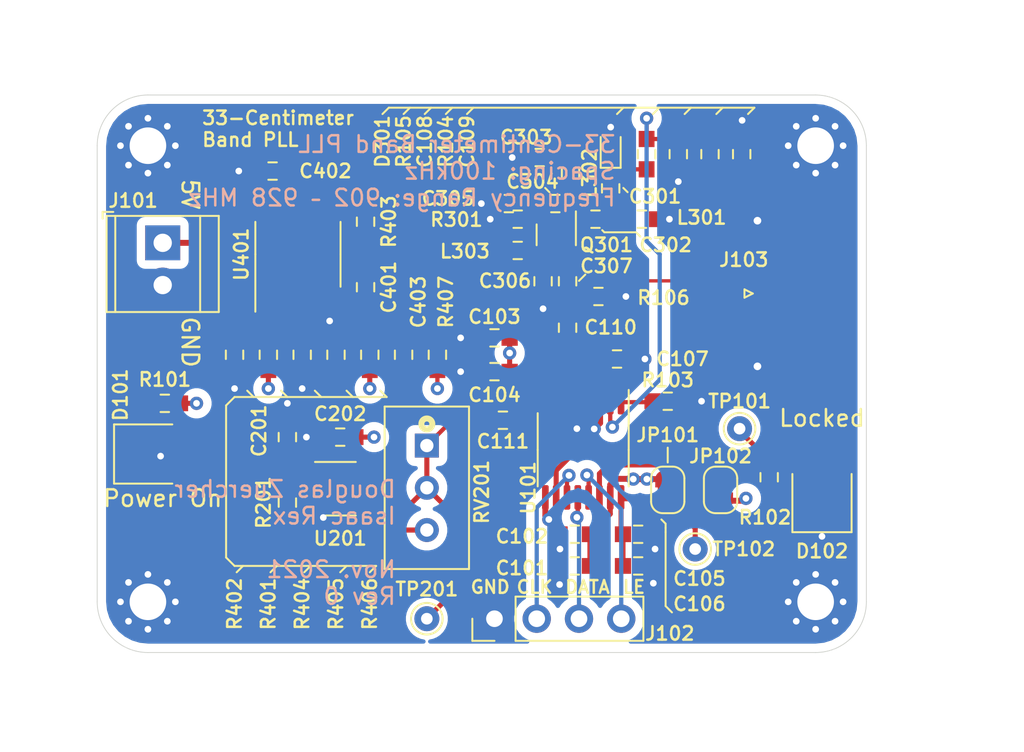
<source format=kicad_pcb>
(kicad_pcb (version 20171130) (host pcbnew "(5.1.6-0-10_14)")
  (layers (0 F.Cu signal) (1 In1.Cu power) (2 In2.Cu power) (31 B.Cu signal) (34 B.Paste user) (35 F.Paste user) (36 B.SilkS user) (37 F.SilkS user) (38 B.Mask user) (39 F.Mask user) (44 Edge.Cuts user))
  (net 0 "")
  (net 1 GND)
  (net 2 +5V)
  (net 3 "Net-(C107-Pad1)")
  (net 4 "Net-(C109-Pad1)")
  (net 5 "Net-(C110-Pad2)")
  (net 6 "Net-(C201-Pad1)")
  (net 7 "Net-(C301-Pad1)")
  (net 8 "Net-(C302-Pad1)")
  (net 9 /VCO/V_BIAS_BASE)
  (net 10 "Net-(C304-Pad2)")
  (net 11 "Net-(C306-Pad2)")
  (net 12 "Net-(C401-Pad2)")
  (net 13 "Net-(C401-Pad1)")
  (net 14 "/VCO/Bias Regulator/V_BIAS_COLLECTOR")
  (net 15 "Net-(C403-Pad1)")
  (net 16 "Net-(D101-Pad2)")
  (net 17 "Net-(D102-Pad2)")
  (net 18 /LE_PLL)
  (net 19 /DATA_PLL)
  (net 20 /CLK_PLL)
  (net 21 "Net-(JP101-Pad2)")
  (net 22 /LOCKED)
  (net 23 "Net-(R103-Pad1)")
  (net 24 "Net-(R201-Pad1)")
  (net 25 "Net-(R404-Pad1)")
  (net 26 "/Reference Oscillator/10MHz_REF_OUT")
  (net 27 "Net-(U201-Pad1)")
  (net 28 "Net-(U401-Pad8)")
  (net 29 "Net-(U401-Pad5)")
  (net 30 "Net-(U401-Pad1)")
  (net 31 /Vp)
  (net 32 /CP_OUT)
  (net 33 /RF_OUT)
  (net 34 /V_TUNE)
  (net 35 "Net-(C111-Pad1)")
  (module "EE514 Board:C_0603_1608Metric_Pad0.98x0.95mm_HandSolder" (layer F.Cu) (at 146.05 112.522 180)
    (fp_text reference C111 (at 0 -1.27) (layer F.SilkS) (effects (font (size 0.8128 0.8128))))
    (fp_text value 1.3nF)
    (pad 2 smd rect (at 0.9125 0 180) (size 0.975 0.95) (layers F.Cu F.Paste F.Mask) (net 26 "/Reference Oscillator/10MHz_REF_OUT"))
    (pad 1 smd rect (at -0.9125 0 180) (size 0.975 0.95) (layers F.Cu F.Paste F.Mask) (net 35 "Net-(C111-Pad1)"))
  )
  (module irex_LED_SMD:LED_Kingbright_AA3528V_3.5x2.8mm_handsolder (layer F.Cu) (at 165.227 117.856 90)
    (fp_text reference D102 (at -2.54 0 180) (layer F.SilkS) (effects (font (size 0.8128 0.8128))))
    (fp_text value LED)
    (pad 2 smd rect (at 3.6 0.01 90) (size 2 2.2) (layers F.Cu F.Paste F.Mask) (net 17 "Net-(D102-Pad2)"))
    (pad 1 smd roundrect (at 0 0.01 90) (size 2 2.2) (layers F.Cu F.Paste F.Mask) (roundrect_rratio 0.1) (net 1 GND))
  )
  (module Connector_PinHeader_2.54mm:PinHeader_1x04_P2.54mm_Vertical (layer F.Cu) (at 145.542 124.46 90)
    (fp_text reference J102 (at -0.889 10.541 180) (layer F.SilkS) (effects (font (size 0.8128 0.8128))))
    (fp_text value Conn_01x04)
    (pad 4 thru_hole oval (at 0 7.62 90) (size 1.7 1.7) (drill 1) (layers *.Cu *.Mask) (net 18 /LE_PLL))
    (pad 3 thru_hole oval (at 0 5.08 90) (size 1.7 1.7) (drill 1) (layers *.Cu *.Mask) (net 19 /DATA_PLL))
    (pad 2 thru_hole oval (at 0 2.54 90) (size 1.7 1.7) (drill 1) (layers *.Cu *.Mask) (net 20 /CLK_PLL))
    (pad 1 thru_hole rect (at 0 0 90) (size 1.7 1.7) (drill 1) (layers *.Cu *.Mask) (net 1 GND))
  )
  (module MountingHole:MountingHole_2.2mm_M2_Pad_Via (layer F.Cu) (at 164.846 96.012)
    (fp_text reference H104 hide)
    (fp_text value MountingHole_Pad)
    (pad 1 thru_hole circle (at 1.166726 -1.166726) (size 0.7 0.7) (drill 0.4) (layers *.Cu *.Mask) (net 1 GND))
    (pad 1 thru_hole circle (at 0 -1.65) (size 0.7 0.7) (drill 0.4) (layers *.Cu *.Mask) (net 1 GND))
    (pad 1 thru_hole circle (at -1.166726 -1.166726) (size 0.7 0.7) (drill 0.4) (layers *.Cu *.Mask) (net 1 GND))
    (pad 1 thru_hole circle (at -1.65 0) (size 0.7 0.7) (drill 0.4) (layers *.Cu *.Mask) (net 1 GND))
    (pad 1 thru_hole circle (at -1.166726 1.166726) (size 0.7 0.7) (drill 0.4) (layers *.Cu *.Mask) (net 1 GND))
    (pad 1 thru_hole circle (at 0 1.65) (size 0.7 0.7) (drill 0.4) (layers *.Cu *.Mask) (net 1 GND))
    (pad 1 thru_hole circle (at 1.166726 1.166726) (size 0.7 0.7) (drill 0.4) (layers *.Cu *.Mask) (net 1 GND))
    (pad 1 thru_hole circle (at 1.65 0) (size 0.7 0.7) (drill 0.4) (layers *.Cu *.Mask) (net 1 GND))
    (pad 1 thru_hole circle (at 0 0) (size 4.4 4.4) (drill 2.2) (layers *.Cu *.Mask) (net 1 GND))
  )
  (module MountingHole:MountingHole_2.2mm_M2_Pad_Via (layer F.Cu) (at 164.846 123.444)
    (fp_text reference H103 hide)
    (fp_text value MountingHole_Pad)
    (pad 1 thru_hole circle (at 1.166726 -1.166726) (size 0.7 0.7) (drill 0.4) (layers *.Cu *.Mask) (net 1 GND))
    (pad 1 thru_hole circle (at 0 -1.65) (size 0.7 0.7) (drill 0.4) (layers *.Cu *.Mask) (net 1 GND))
    (pad 1 thru_hole circle (at -1.166726 -1.166726) (size 0.7 0.7) (drill 0.4) (layers *.Cu *.Mask) (net 1 GND))
    (pad 1 thru_hole circle (at -1.65 0) (size 0.7 0.7) (drill 0.4) (layers *.Cu *.Mask) (net 1 GND))
    (pad 1 thru_hole circle (at -1.166726 1.166726) (size 0.7 0.7) (drill 0.4) (layers *.Cu *.Mask) (net 1 GND))
    (pad 1 thru_hole circle (at 0 1.65) (size 0.7 0.7) (drill 0.4) (layers *.Cu *.Mask) (net 1 GND))
    (pad 1 thru_hole circle (at 1.166726 1.166726) (size 0.7 0.7) (drill 0.4) (layers *.Cu *.Mask) (net 1 GND))
    (pad 1 thru_hole circle (at 1.65 0) (size 0.7 0.7) (drill 0.4) (layers *.Cu *.Mask) (net 1 GND))
    (pad 1 thru_hole circle (at 0 0) (size 4.4 4.4) (drill 2.2) (layers *.Cu *.Mask) (net 1 GND))
  )
  (module MountingHole:MountingHole_2.2mm_M2_Pad_Via (layer F.Cu) (at 124.714 123.444)
    (fp_text reference H102 hide)
    (fp_text value MountingHole_Pad)
    (pad 1 thru_hole circle (at 1.166726 -1.166726) (size 0.7 0.7) (drill 0.4) (layers *.Cu *.Mask) (net 1 GND))
    (pad 1 thru_hole circle (at 0 -1.65) (size 0.7 0.7) (drill 0.4) (layers *.Cu *.Mask) (net 1 GND))
    (pad 1 thru_hole circle (at -1.166726 -1.166726) (size 0.7 0.7) (drill 0.4) (layers *.Cu *.Mask) (net 1 GND))
    (pad 1 thru_hole circle (at -1.65 0) (size 0.7 0.7) (drill 0.4) (layers *.Cu *.Mask) (net 1 GND))
    (pad 1 thru_hole circle (at -1.166726 1.166726) (size 0.7 0.7) (drill 0.4) (layers *.Cu *.Mask) (net 1 GND))
    (pad 1 thru_hole circle (at 0 1.65) (size 0.7 0.7) (drill 0.4) (layers *.Cu *.Mask) (net 1 GND))
    (pad 1 thru_hole circle (at 1.166726 1.166726) (size 0.7 0.7) (drill 0.4) (layers *.Cu *.Mask) (net 1 GND))
    (pad 1 thru_hole circle (at 1.65 0) (size 0.7 0.7) (drill 0.4) (layers *.Cu *.Mask) (net 1 GND))
    (pad 1 thru_hole circle (at 0 0) (size 4.4 4.4) (drill 2.2) (layers *.Cu *.Mask) (net 1 GND))
  )
  (module MountingHole:MountingHole_2.2mm_M2_Pad_Via (layer F.Cu) (at 124.714 96.012)
    (fp_text reference H101 hide)
    (fp_text value MountingHole_Pad)
    (pad 1 thru_hole circle (at 1.166726 -1.166726) (size 0.7 0.7) (drill 0.4) (layers *.Cu *.Mask) (net 1 GND))
    (pad 1 thru_hole circle (at 0 -1.65) (size 0.7 0.7) (drill 0.4) (layers *.Cu *.Mask) (net 1 GND))
    (pad 1 thru_hole circle (at -1.166726 -1.166726) (size 0.7 0.7) (drill 0.4) (layers *.Cu *.Mask) (net 1 GND))
    (pad 1 thru_hole circle (at -1.65 0) (size 0.7 0.7) (drill 0.4) (layers *.Cu *.Mask) (net 1 GND))
    (pad 1 thru_hole circle (at -1.166726 1.166726) (size 0.7 0.7) (drill 0.4) (layers *.Cu *.Mask) (net 1 GND))
    (pad 1 thru_hole circle (at 0 1.65) (size 0.7 0.7) (drill 0.4) (layers *.Cu *.Mask) (net 1 GND))
    (pad 1 thru_hole circle (at 1.166726 1.166726) (size 0.7 0.7) (drill 0.4) (layers *.Cu *.Mask) (net 1 GND))
    (pad 1 thru_hole circle (at 1.65 0) (size 0.7 0.7) (drill 0.4) (layers *.Cu *.Mask) (net 1 GND))
    (pad 1 thru_hole circle (at 0 0) (size 4.4 4.4) (drill 2.2) (layers *.Cu *.Mask) (net 1 GND))
  )
  (module irex_LED_SMD:LED_Kingbright_AA3528V_3.5x2.8mm_handsolder (layer F.Cu) (at 124.079 114.554)
    (fp_text reference D101 (at -1.016 -3.556 90) (layer F.SilkS) (effects (font (size 0.8128 0.8128))))
    (fp_text value LED)
    (pad 2 smd rect (at 3.6 0.01) (size 2 2.2) (layers F.Cu F.Paste F.Mask) (net 16 "Net-(D101-Pad2)"))
    (pad 1 smd roundrect (at 0 0.01) (size 2 2.2) (layers F.Cu F.Paste F.Mask) (roundrect_rratio 0.1) (net 1 GND))
  )
  (module TestPoint:TestPoint_THTPad_D1.5mm_Drill0.7mm (layer F.Cu) (at 141.478 124.46)
    (fp_text reference TP201 (at 0 -1.778) (layer F.SilkS) (effects (font (size 0.8128 0.8128))))
    (fp_text value TestPoint)
    (pad 1 thru_hole circle (at 0 0) (size 1.5 1.5) (drill 0.7) (layers *.Cu *.Mask) (net 26 "/Reference Oscillator/10MHz_REF_OUT"))
  )
  (module Package_SO:SOIC-8_3.9x4.9mm_P1.27mm (layer F.Cu) (at 133.731 102.5434 90)
    (fp_text reference U401 (at 0 -3.4 90) (layer F.SilkS) (effects (font (size 0.8128 0.8128))))
    (fp_text value TLC2201)
    (pad 8 smd roundrect (at 2.475 -1.905 90) (size 1.95 0.6) (layers F.Cu F.Paste F.Mask) (net 28 "Net-(U401-Pad8)"))
    (pad 7 smd roundrect (at 2.475 -0.635 90) (size 1.95 0.6) (layers F.Cu F.Paste F.Mask) (net 2 +5V))
    (pad 6 smd roundrect (at 2.475 0.635 90) (size 1.95 0.6) (layers F.Cu F.Paste F.Mask) (net 13 "Net-(C401-Pad1)"))
    (pad 5 smd roundrect (at 2.475 1.905 90) (size 1.95 0.6) (layers F.Cu F.Paste F.Mask) (net 29 "Net-(U401-Pad5)"))
    (pad 4 smd roundrect (at -2.475 1.905 90) (size 1.95 0.6) (layers F.Cu F.Paste F.Mask) (net 1 GND))
    (pad 3 smd roundrect (at -2.475 0.635 90) (size 1.95 0.6) (layers F.Cu F.Paste F.Mask) (net 25 "Net-(R404-Pad1)"))
    (pad 2 smd roundrect (at -2.475 -0.635 90) (size 1.95 0.6) (layers F.Cu F.Paste F.Mask) (net 12 "Net-(C401-Pad2)"))
    (pad 1 smd roundrect (at -2.475 -1.905 90) (size 1.95 0.6) (layers F.Cu F.Paste F.Mask) (net 30 "Net-(U401-Pad1)"))
  )
  (module Package_TO_SOT_SMD:SOT-23-5 (layer F.Cu) (at 136.307 116.642)
    (fp_text reference U201 (at -0.036 2.992) (layer F.SilkS) (effects (font (size 0.8128 0.8128))))
    (fp_text value NC7SZ04)
    (pad 5 smd rect (at 1.1 -0.95) (size 1.06 0.65) (layers F.Cu F.Paste F.Mask) (net 2 +5V))
    (pad 4 smd rect (at 1.1 0.95) (size 1.06 0.65) (layers F.Cu F.Paste F.Mask) (net 26 "/Reference Oscillator/10MHz_REF_OUT"))
    (pad 3 smd rect (at -1.1 0.95) (size 1.06 0.65) (layers F.Cu F.Paste F.Mask) (net 1 GND))
    (pad 2 smd rect (at -1.1 0) (size 1.06 0.65) (layers F.Cu F.Paste F.Mask) (net 6 "Net-(C201-Pad1)"))
    (pad 1 smd rect (at -1.1 -0.95) (size 1.06 0.65) (layers F.Cu F.Paste F.Mask) (net 27 "Net-(U201-Pad1)"))
  )
  (module Package_SO:TSSOP-16_4.4x5mm_P0.65mm (layer F.Cu) (at 150.876 114.3 270)
    (fp_text reference U101 (at 2.286 3.302 90) (layer F.SilkS) (effects (font (size 0.8128 0.8128))))
    (fp_text value ADF4117)
    (pad 16 smd roundrect (at 2.8625 -2.275 270) (size 1.475 0.4) (layers F.Cu F.Paste F.Mask) (net 31 /Vp))
    (pad 15 smd roundrect (at 2.8625 -1.625 270) (size 1.475 0.4) (layers F.Cu F.Paste F.Mask) (net 2 +5V))
    (pad 14 smd roundrect (at 2.8625 -0.975 270) (size 1.475 0.4) (layers F.Cu F.Paste F.Mask) (net 22 /LOCKED))
    (pad 13 smd roundrect (at 2.8625 -0.325 270) (size 1.475 0.4) (layers F.Cu F.Paste F.Mask) (net 18 /LE_PLL))
    (pad 12 smd roundrect (at 2.8625 0.325 270) (size 1.475 0.4) (layers F.Cu F.Paste F.Mask) (net 19 /DATA_PLL))
    (pad 11 smd roundrect (at 2.8625 0.975 270) (size 1.475 0.4) (layers F.Cu F.Paste F.Mask) (net 20 /CLK_PLL))
    (pad 10 smd roundrect (at 2.8625 1.625 270) (size 1.475 0.4) (layers F.Cu F.Paste F.Mask) (net 21 "Net-(JP101-Pad2)"))
    (pad 9 smd roundrect (at 2.8625 2.275 270) (size 1.475 0.4) (layers F.Cu F.Paste F.Mask) (net 1 GND))
    (pad 8 smd roundrect (at -2.8625 2.275 270) (size 1.475 0.4) (layers F.Cu F.Paste F.Mask) (net 35 "Net-(C111-Pad1)"))
    (pad 7 smd roundrect (at -2.8625 1.625 270) (size 1.475 0.4) (layers F.Cu F.Paste F.Mask) (net 2 +5V))
    (pad 6 smd roundrect (at -2.8625 0.975 270) (size 1.475 0.4) (layers F.Cu F.Paste F.Mask) (net 5 "Net-(C110-Pad2)"))
    (pad 5 smd roundrect (at -2.8625 0.325 270) (size 1.475 0.4) (layers F.Cu F.Paste F.Mask) (net 3 "Net-(C107-Pad1)"))
    (pad 4 smd roundrect (at -2.8625 -0.325 270) (size 1.475 0.4) (layers F.Cu F.Paste F.Mask) (net 1 GND))
    (pad 3 smd roundrect (at -2.8625 -0.975 270) (size 1.475 0.4) (layers F.Cu F.Paste F.Mask) (net 1 GND))
    (pad 2 smd roundrect (at -2.8625 -1.625 270) (size 1.475 0.4) (layers F.Cu F.Paste F.Mask) (net 32 /CP_OUT))
    (pad 1 smd roundrect (at -2.8625 -2.275 270) (size 1.475 0.4) (layers F.Cu F.Paste F.Mask) (net 23 "Net-(R103-Pad1)"))
  )
  (module TestPoint:TestPoint_THTPad_D1.5mm_Drill0.7mm (layer F.Cu) (at 157.607 120.269)
    (fp_text reference TP102 (at 2.921 0) (layer F.SilkS) (effects (font (size 0.8128 0.8128))))
    (fp_text value TestPoint)
    (pad 1 thru_hole circle (at 0 0) (size 1.5 1.5) (drill 0.7) (layers *.Cu *.Mask) (net 31 /Vp))
  )
  (module TestPoint:TestPoint_THTPad_D1.5mm_Drill0.7mm (layer F.Cu) (at 160.274 113.03)
    (fp_text reference TP101 (at 0 -1.651) (layer F.SilkS) (effects (font (size 0.8128 0.8128))))
    (fp_text value TestPoint)
    (pad 1 thru_hole circle (at 0 0) (size 1.5 1.5) (drill 0.7) (layers *.Cu *.Mask) (net 17 "Net-(D102-Pad2)"))
  )
  (module irex_Potentiometer_THT:Potentiometer_Bourns_PV36W_Vertical (layer F.Cu) (at 141.478 114.046)
    (fp_text reference RV201 (at 3.302 2.794 270) (layer F.SilkS) (effects (font (size 0.8128 0.8128))))
    (fp_text value 1k)
    (pad 1 thru_hole rect (at 0 0) (size 1.44 1.44) (drill 0.8) (layers *.Cu *.Mask) (net 26 "/Reference Oscillator/10MHz_REF_OUT"))
    (pad 2 thru_hole circle (at 0 2.54) (size 1.44 1.44) (drill 0.8) (layers *.Cu *.Mask) (net 26 "/Reference Oscillator/10MHz_REF_OUT"))
    (pad 3 thru_hole circle (at 0 5.08) (size 1.44 1.44) (drill 0.8) (layers *.Cu *.Mask) (net 24 "Net-(R201-Pad1)"))
  )
  (module "EE514 Board:R_0603_1608Metric_Pad0.98x0.95mm_HandSolder" (layer F.Cu) (at 142.113 108.585 90)
    (fp_text reference R407 (at 3.175 0.508 90) (layer F.SilkS) (effects (font (size 0.8128 0.8128))))
    (fp_text value 18)
    (pad 1 smd rect (at -0.9125 0 90) (size 0.975 0.95) (layers F.Cu F.Paste F.Mask) (net 2 +5V))
    (pad 2 smd rect (at 0.9125 0 90) (size 0.975 0.95) (layers F.Cu F.Paste F.Mask) (net 15 "Net-(C403-Pad1)"))
  )
  (module "EE514 Board:R_0603_1608Metric_Pad0.98x0.95mm_HandSolder" (layer F.Cu) (at 138.049 108.585 90)
    (fp_text reference R406 (at -14.986 0 90) (layer F.SilkS) (effects (font (size 0.8128 0.8128))))
    (fp_text value 124)
    (pad 1 smd rect (at -0.9125 0 90) (size 0.975 0.95) (layers F.Cu F.Paste F.Mask) (net 2 +5V))
    (pad 2 smd rect (at 0.9125 0 90) (size 0.975 0.95) (layers F.Cu F.Paste F.Mask) (net 14 "/VCO/Bias Regulator/V_BIAS_COLLECTOR"))
  )
  (module "EE514 Board:R_0603_1608Metric_Pad0.98x0.95mm_HandSolder" (layer F.Cu) (at 136.017 108.585 90)
    (fp_text reference R405 (at -14.986 0 90) (layer F.SilkS) (effects (font (size 0.8128 0.8128))))
    (fp_text value 75k)
    (pad 1 smd rect (at -0.9125 0 90) (size 0.975 0.95) (layers F.Cu F.Paste F.Mask) (net 14 "/VCO/Bias Regulator/V_BIAS_COLLECTOR"))
    (pad 2 smd rect (at 0.9125 0 90) (size 0.975 0.95) (layers F.Cu F.Paste F.Mask) (net 25 "Net-(R404-Pad1)"))
  )
  (module "EE514 Board:R_0603_1608Metric_Pad0.98x0.95mm_HandSolder" (layer F.Cu) (at 133.985 108.585 270)
    (fp_text reference R404 (at 14.986 0 90) (layer F.SilkS) (effects (font (size 0.8128 0.8128))))
    (fp_text value 110k)
    (pad 1 smd rect (at -0.9125 0 270) (size 0.975 0.95) (layers F.Cu F.Paste F.Mask) (net 25 "Net-(R404-Pad1)"))
    (pad 2 smd rect (at 0.9125 0 270) (size 0.975 0.95) (layers F.Cu F.Paste F.Mask) (net 1 GND))
  )
  (module "EE514 Board:R_0603_1608Metric_Pad0.98x0.95mm_HandSolder" (layer F.Cu) (at 137.795 100.584 270)
    (fp_text reference R403 (at 0 -1.397 90) (layer F.SilkS) (effects (font (size 0.8128 0.8128))))
    (fp_text value 3.3k)
    (pad 1 smd rect (at -0.9125 0 270) (size 0.975 0.95) (layers F.Cu F.Paste F.Mask) (net 9 /VCO/V_BIAS_BASE))
    (pad 2 smd rect (at 0.9125 0 270) (size 0.975 0.95) (layers F.Cu F.Paste F.Mask) (net 13 "Net-(C401-Pad1)"))
  )
  (module "EE514 Board:R_0603_1608Metric_Pad0.98x0.95mm_HandSolder" (layer F.Cu) (at 129.921 108.585 270)
    (fp_text reference R402 (at 14.986 0 90) (layer F.SilkS) (effects (font (size 0.8128 0.8128))))
    (fp_text value 1.5k)
    (pad 1 smd rect (at -0.9125 0 270) (size 0.975 0.95) (layers F.Cu F.Paste F.Mask) (net 12 "Net-(C401-Pad2)"))
    (pad 2 smd rect (at 0.9125 0 270) (size 0.975 0.95) (layers F.Cu F.Paste F.Mask) (net 1 GND))
  )
  (module "EE514 Board:R_0603_1608Metric_Pad0.98x0.95mm_HandSolder" (layer F.Cu) (at 131.953 108.585 90)
    (fp_text reference R401 (at -14.986 0 90) (layer F.SilkS) (effects (font (size 0.8128 0.8128))))
    (fp_text value 1.3k)
    (pad 1 smd rect (at -0.9125 0 90) (size 0.975 0.95) (layers F.Cu F.Paste F.Mask) (net 2 +5V))
    (pad 2 smd rect (at 0.9125 0 90) (size 0.975 0.95) (layers F.Cu F.Paste F.Mask) (net 12 "Net-(C401-Pad2)"))
  )
  (module "EE514 Board:R_0603_1608Metric_Pad0.98x0.95mm_HandSolder" (layer F.Cu) (at 146.939 100.4316 180)
    (fp_text reference R301 (at 3.683 -0.0254) (layer F.SilkS) (effects (font (size 0.8128 0.8128))))
    (fp_text value 100)
    (pad 1 smd rect (at -0.9125 0 180) (size 0.975 0.95) (layers F.Cu F.Paste F.Mask) (net 10 "Net-(C304-Pad2)"))
    (pad 2 smd rect (at 0.9125 0 180) (size 0.975 0.95) (layers F.Cu F.Paste F.Mask) (net 1 GND))
  )
  (module "EE514 Board:R_0603_1608Metric_Pad0.98x0.95mm_HandSolder" (layer F.Cu) (at 133.096 117.475 90)
    (fp_text reference R201 (at 0 -1.43 90) (layer F.SilkS) (effects (font (size 0.8128 0.8128))))
    (fp_text value 100)
    (pad 1 smd rect (at -0.9125 0 90) (size 0.975 0.95) (layers F.Cu F.Paste F.Mask) (net 24 "Net-(R201-Pad1)"))
    (pad 2 smd rect (at 0.9125 0 90) (size 0.975 0.95) (layers F.Cu F.Paste F.Mask) (net 6 "Net-(C201-Pad1)"))
  )
  (module "EE514 Board:R_0603_1608Metric_Pad0.98x0.95mm_HandSolder" (layer F.Cu) (at 151.7904 105.0798)
    (fp_text reference R106 (at 3.9116 0.0762) (layer F.SilkS) (effects (font (size 0.8128 0.8128))))
    (fp_text value 51)
    (pad 1 smd rect (at -0.9125 0) (size 0.975 0.95) (layers F.Cu F.Paste F.Mask) (net 33 /RF_OUT))
    (pad 2 smd rect (at 0.9125 0) (size 0.975 0.95) (layers F.Cu F.Paste F.Mask) (net 1 GND))
  )
  (module "EE514 Board:R_0603_1608Metric_Pad0.98x0.95mm_HandSolder" (layer F.Cu) (at 154.686 96.52 90)
    (fp_text reference R105 (at 0.762 -14.605 270) (layer F.SilkS) (effects (font (size 0.8128 0.8128))))
    (fp_text value 220k)
    (pad 1 smd rect (at -0.9125 0 90) (size 0.975 0.95) (layers F.Cu F.Paste F.Mask) (net 34 /V_TUNE))
    (pad 2 smd rect (at 0.9125 0 90) (size 0.975 0.95) (layers F.Cu F.Paste F.Mask) (net 32 /CP_OUT))
  )
  (module "EE514 Board:R_0603_1608Metric_Pad0.98x0.95mm_HandSolder" (layer F.Cu) (at 158.496 96.52 270)
    (fp_text reference R104 (at -0.762 15.875 270) (layer F.SilkS) (effects (font (size 0.8128 0.8128))))
    (fp_text value 46.9k)
    (pad 1 smd rect (at -0.9125 0 270) (size 0.975 0.95) (layers F.Cu F.Paste F.Mask) (net 32 /CP_OUT))
    (pad 2 smd rect (at 0.9125 0 270) (size 0.975 0.95) (layers F.Cu F.Paste F.Mask) (net 4 "Net-(C109-Pad1)"))
  )
  (module "EE514 Board:R_0603_1608Metric_Pad0.98x0.95mm_HandSolder" (layer F.Cu) (at 155.956 111.379)
    (fp_text reference R103 (at 0 -1.27) (layer F.SilkS) (effects (font (size 0.8128 0.8128))))
    (fp_text value 10k)
    (pad 1 smd rect (at -0.9125 0) (size 0.975 0.95) (layers F.Cu F.Paste F.Mask) (net 23 "Net-(R103-Pad1)"))
    (pad 2 smd rect (at 0.9125 0) (size 0.975 0.95) (layers F.Cu F.Paste F.Mask) (net 1 GND))
  )
  (module "EE514 Board:R_0603_1608Metric_Pad0.98x0.95mm_HandSolder" (layer F.Cu) (at 162.052 115.951 270)
    (fp_text reference R102 (at 2.413 0.254 180) (layer F.SilkS) (effects (font (size 0.8128 0.8128))))
    (fp_text value 1k)
    (pad 1 smd rect (at -0.9125 0 270) (size 0.975 0.95) (layers F.Cu F.Paste F.Mask) (net 17 "Net-(D102-Pad2)"))
    (pad 2 smd rect (at 0.9125 0 270) (size 0.975 0.95) (layers F.Cu F.Paste F.Mask) (net 22 /LOCKED))
  )
  (module "EE514 Board:R_0603_1608Metric_Pad0.98x0.95mm_HandSolder" (layer F.Cu) (at 125.73 111.506)
    (fp_text reference R101 (at 0 -1.43) (layer F.SilkS) (effects (font (size 0.8128 0.8128))))
    (fp_text value 1k)
    (pad 1 smd rect (at -0.9125 0) (size 0.975 0.95) (layers F.Cu F.Paste F.Mask) (net 16 "Net-(D101-Pad2)"))
    (pad 2 smd rect (at 0.9125 0) (size 0.975 0.95) (layers F.Cu F.Paste F.Mask) (net 2 +5V))
  )
  (module "EE514 Board:SOT-343_2.0x1.25mm_P1.3mm" (layer F.Cu) (at 149.2758 101.3714 270)
    (fp_text reference Q301 (at 0.6096 -2.9972 180) (layer F.SilkS) (effects (font (size 0.8128 0.8128))))
    (fp_text value BFP620)
    (pad 2 smd rect (at -1.01 0.5 180) (size 0.9 0.8) (layers F.Cu F.Paste F.Mask) (net 10 "Net-(C304-Pad2)"))
    (pad 1 smd rect (at -1.01 -0.65 180) (size 0.6 0.8) (layers F.Cu F.Paste F.Mask) (net 8 "Net-(C302-Pad1)"))
    (pad 3 smd rect (at 1.01 0.65 180) (size 0.6 0.8) (layers F.Cu F.Paste F.Mask) (net 11 "Net-(C306-Pad2)"))
    (pad 4 smd rect (at 1.01 -0.65 180) (size 0.6 0.8) (layers F.Cu F.Paste F.Mask) (net 10 "Net-(C304-Pad2)"))
  )
  (module "EE514 Board:L_0603_1608Metric_Pad0.98x0.95mm_HandSolder" (layer F.Cu) (at 146.939 102.3112)
    (fp_text reference L303 (at -3.175 0.0508) (layer F.SilkS) (effects (font (size 0.8128 0.8128))))
    (fp_text value 39nH)
    (pad 1 smd rect (at -0.9125 0) (size 0.975 0.95) (layers F.Cu F.Paste F.Mask) (net 14 "/VCO/Bias Regulator/V_BIAS_COLLECTOR"))
    (pad 2 smd rect (at 0.9125 0) (size 0.975 0.95) (layers F.Cu F.Paste F.Mask) (net 11 "Net-(C306-Pad2)"))
  )
  (module "EE514 Board:L_0603_1608Metric_Pad0.98x0.95mm_HandSolder" (layer F.Cu) (at 150.114 97.6376 90)
    (fp_text reference L302 (at -0.0254 1.143 90) (layer F.SilkS) (effects (font (size 0.8128 0.8128))))
    (fp_text value 39nH)
    (pad 1 smd rect (at -0.9125 0 90) (size 0.975 0.95) (layers F.Cu F.Paste F.Mask) (net 8 "Net-(C302-Pad1)"))
    (pad 2 smd rect (at 0.9125 0 90) (size 0.975 0.95) (layers F.Cu F.Paste F.Mask) (net 9 /VCO/V_BIAS_BASE))
  )
  (module "EE514 Board:L_0603_1608Metric_Pad0.98x0.95mm_HandSolder" (layer F.Cu) (at 154.4066 100.4316)
    (fp_text reference L301 (at 3.5814 -0.1016) (layer F.SilkS) (effects (font (size 0.8128 0.8128))))
    (fp_text value 1.6nH)
    (pad 1 smd rect (at -0.9125 0) (size 0.975 0.95) (layers F.Cu F.Paste F.Mask) (net 7 "Net-(C301-Pad1)"))
    (pad 2 smd rect (at 0.9125 0) (size 0.975 0.95) (layers F.Cu F.Paste F.Mask) (net 1 GND))
  )
  (module Jumper:SolderJumper-2_P1.3mm_Bridged2Bar_RoundedPad1.0x1.5mm (layer F.Cu) (at 155.956 116.713 270)
    (fp_text reference JP102 (at -2.032 -3.175) (layer F.SilkS) (effects (font (size 0.8128 0.8128))))
    (fp_text value Jumper_2_Bridged)
    (fp_poly (pts (xy -0.25 0.2) (xy 0.25 0.2) (xy 0.25 0.6) (xy -0.25 0.6)) (layer F.Cu) (width 0))
    (fp_poly (pts (xy -0.25 -0.6) (xy 0.25 -0.6) (xy 0.25 -0.2) (xy -0.25 -0.2)) (layer F.Cu) (width 0))
    (pad 1 smd custom (at -0.65 0 270) (size 1 0.5) (layers F.Cu F.Mask) (net 2 +5V) (options (clearance outline) (anchor rect)) (primitives (gr_circle (center 0 0.25) (end 0.5 0.25) (width 0)) (gr_circle (center 0 -0.25) (end 0.5 -0.25) (width 0)) (gr_poly (pts (xy 0.5 0.75) (xy 0.5 -0.75) (xy 0 -0.75) (xy 0 0.75)) (width 0))))
    (pad 2 smd custom (at 0.65 0 270) (size 1 0.5) (layers F.Cu F.Mask) (net 31 /Vp) (options (clearance outline) (anchor rect)) (primitives (gr_circle (center 0 0.25) (end 0.5 0.25) (width 0)) (gr_circle (center 0 -0.25) (end 0.5 -0.25) (width 0)) (gr_poly (pts (xy -0.5 0.75) (xy -0.5 -0.75) (xy 0 -0.75) (xy 0 0.75)) (width 0))))
  )
  (module Jumper:SolderJumper-2_P1.3mm_Bridged2Bar_RoundedPad1.0x1.5mm (layer F.Cu) (at 159.131 116.713 90)
    (fp_text reference JP101 (at 3.302 -3.175 180) (layer F.SilkS) (effects (font (size 0.8128 0.8128))))
    (fp_text value Jumper_2_Bridged)
    (fp_poly (pts (xy -0.25 0.2) (xy 0.25 0.2) (xy 0.25 0.6) (xy -0.25 0.6)) (layer F.Cu) (width 0))
    (fp_poly (pts (xy -0.25 -0.6) (xy 0.25 -0.6) (xy 0.25 -0.2) (xy -0.25 -0.2)) (layer F.Cu) (width 0))
    (pad 1 smd custom (at -0.65 0 90) (size 1 0.5) (layers F.Cu F.Mask) (net 2 +5V) (options (clearance outline) (anchor rect)) (primitives (gr_circle (center 0 0.25) (end 0.5 0.25) (width 0)) (gr_circle (center 0 -0.25) (end 0.5 -0.25) (width 0)) (gr_poly (pts (xy 0.5 0.75) (xy 0.5 -0.75) (xy 0 -0.75) (xy 0 0.75)) (width 0))))
    (pad 2 smd custom (at 0.65 0 90) (size 1 0.5) (layers F.Cu F.Mask) (net 21 "Net-(JP101-Pad2)") (options (clearance outline) (anchor rect)) (primitives (gr_circle (center 0 0.25) (end 0.5 0.25) (width 0)) (gr_circle (center 0 -0.25) (end 0.5 -0.25) (width 0)) (gr_poly (pts (xy -0.5 0.75) (xy -0.5 -0.75) (xy 0 -0.75) (xy 0 0.75)) (width 0))))
  )
  (module Connector_Coaxial:SMA_Molex_73251-1153_EdgeMount_Horizontal (layer F.Cu) (at 163.068 104.902 180)
    (fp_text reference J103 (at 2.54 2.032) (layer F.SilkS) (effects (font (size 0.8128 0.8128))))
    (fp_text value SMA)
    (pad 2 smd rect (at 1.27 4.38 180) (size 0.95 0.46) (layers B.Cu) (net 1 GND))
    (pad 2 smd rect (at 1.27 -4.38 180) (size 0.95 0.46) (layers B.Cu) (net 1 GND))
    (pad 2 smd rect (at 1.27 4.38 180) (size 0.95 0.46) (layers F.Cu) (net 1 GND))
    (pad 2 smd rect (at 1.27 -4.38 180) (size 0.95 0.46) (layers F.Cu) (net 1 GND))
    (pad 2 thru_hole circle (at 1.72 4.38 180) (size 0.97 0.97) (drill 0.46) (layers *.Cu) (net 1 GND))
    (pad 2 thru_hole circle (at 1.72 -4.38 180) (size 0.97 0.97) (drill 0.46) (layers *.Cu) (net 1 GND))
    (pad 2 smd rect (at -1.72 4.38 180) (size 5.08 2.42) (layers B.Cu B.Paste B.Mask) (net 1 GND))
    (pad 2 smd rect (at -1.72 -4.38 180) (size 5.08 2.42) (layers B.Cu B.Paste B.Mask) (net 1 GND))
    (pad 2 smd rect (at -1.72 4.38 180) (size 5.08 2.42) (layers F.Cu F.Paste F.Mask) (net 1 GND))
    (pad 2 smd rect (at -1.72 -4.38 180) (size 5.08 2.42) (layers F.Cu F.Paste F.Mask) (net 1 GND))
    (pad 1 smd rect (at -1.72 0 180) (size 5.08 2.29) (layers F.Cu F.Paste F.Mask) (net 33 /RF_OUT))
  )
  (module TerminalBlock_TE-Connectivity:TerminalBlock_TE_282834-2_1x02_P2.54mm_Horizontal (layer F.Cu) (at 125.603 101.854 270)
    (fp_text reference J101 (at -2.54 1.778 180) (layer F.SilkS) (effects (font (size 0.8128 0.8128))))
    (fp_text value Screw_Terminal_01x02)
    (pad 2 thru_hole circle (at 2.54 0 270) (size 2.1 2.1) (drill 1.1) (layers *.Cu *.Mask) (net 1 GND))
    (pad 1 thru_hole rect (at 0 0 270) (size 2.1 2.1) (drill 1.1) (layers *.Cu *.Mask) (net 2 +5V))
  )
  (module Diode_SMD:D_SOD-523 (layer F.Cu) (at 152.527 96.1898 90)
    (fp_text reference D301 (at 0.4318 -13.716 270) (layer F.SilkS) (effects (font (size 0.8128 0.8128))))
    (fp_text value SMV1276-079LF)
    (pad 1 smd rect (at -0.7 0 270) (size 0.6 0.7) (layers F.Cu F.Paste F.Mask) (net 34 /V_TUNE))
    (pad 2 smd rect (at 0.7 0 270) (size 0.6 0.7) (layers F.Cu F.Paste F.Mask) (net 1 GND))
  )
  (module "EE514 Board:C_0603_1608Metric_Pad0.98x0.95mm_HandSolder" (layer F.Cu) (at 140.081 108.585 90)
    (fp_text reference C403 (at 3.175 0.889 90) (layer F.SilkS) (effects (font (size 0.8128 0.8128))))
    (fp_text value 12nF)
    (pad 2 smd rect (at 0.9125 0 90) (size 0.975 0.95) (layers F.Cu F.Paste F.Mask) (net 14 "/VCO/Bias Regulator/V_BIAS_COLLECTOR"))
    (pad 1 smd rect (at -0.9125 0 90) (size 0.975 0.95) (layers F.Cu F.Paste F.Mask) (net 15 "Net-(C403-Pad1)"))
  )
  (module "EE514 Board:C_0603_1608Metric_Pad0.98x0.95mm_HandSolder" (layer F.Cu) (at 132.207 97.536 180)
    (fp_text reference C402 (at -3.175 0) (layer F.SilkS) (effects (font (size 0.8128 0.8128))))
    (fp_text value 0.1nF)
    (pad 2 smd rect (at 0.9125 0 180) (size 0.975 0.95) (layers F.Cu F.Paste F.Mask) (net 1 GND))
    (pad 1 smd rect (at -0.9125 0 180) (size 0.975 0.95) (layers F.Cu F.Paste F.Mask) (net 2 +5V))
  )
  (module "EE514 Board:C_0603_1608Metric_Pad0.98x0.95mm_HandSolder" (layer F.Cu) (at 137.795 104.521 270)
    (fp_text reference C401 (at 0 -1.397 270) (layer F.SilkS) (effects (font (size 0.8128 0.8128))))
    (fp_text value 12nF)
    (pad 2 smd rect (at 0.9125 0 270) (size 0.975 0.95) (layers F.Cu F.Paste F.Mask) (net 12 "Net-(C401-Pad2)"))
    (pad 1 smd rect (at -0.9125 0 270) (size 0.975 0.95) (layers F.Cu F.Paste F.Mask) (net 13 "Net-(C401-Pad1)"))
  )
  (module "EE514 Board:C_0603_1608Metric_Pad0.98x0.95mm_HandSolder" (layer F.Cu) (at 149.9362 104.1654 90)
    (fp_text reference C307 (at 0.9144 2.3368 180) (layer F.SilkS) (effects (font (size 0.8128 0.8128))))
    (fp_text value 36pF)
    (pad 2 smd rect (at 0.9125 0 90) (size 0.975 0.95) (layers F.Cu F.Paste F.Mask) (net 10 "Net-(C304-Pad2)"))
    (pad 1 smd rect (at -0.9125 0 90) (size 0.975 0.95) (layers F.Cu F.Paste F.Mask) (net 33 /RF_OUT))
  )
  (module "EE514 Board:C_0603_1608Metric_Pad0.98x0.95mm_HandSolder" (layer F.Cu) (at 148.463 104.1654 90)
    (fp_text reference C306 (at 0.0254 -2.286 180) (layer F.SilkS) (effects (font (size 0.8128 0.8128))))
    (fp_text value 30pF)
    (pad 2 smd rect (at 0.9125 0 90) (size 0.975 0.95) (layers F.Cu F.Paste F.Mask) (net 11 "Net-(C306-Pad2)"))
    (pad 1 smd rect (at -0.9125 0 90) (size 0.975 0.95) (layers F.Cu F.Paste F.Mask) (net 1 GND))
  )
  (module "EE514 Board:C_0603_1608Metric_Pad0.98x0.95mm_HandSolder" (layer F.Cu) (at 146.4056 99.4918 180)
    (fp_text reference C305 (at 3.6576 0.3048) (layer F.SilkS) (effects (font (size 0.8128 0.8128))))
    (fp_text value 5.4pF)
    (pad 2 smd rect (at 0.9125 0 180) (size 0.975 0.95) (layers F.Cu F.Paste F.Mask) (net 1 GND))
    (pad 1 smd rect (at -0.9125 0 180) (size 0.975 0.95) (layers F.Cu F.Paste F.Mask) (net 10 "Net-(C304-Pad2)"))
  )
  (module "EE514 Board:C_0603_1608Metric_Pad0.98x0.95mm_HandSolder" (layer F.Cu) (at 149.2015 99.4918 180)
    (fp_text reference C304 (at 1.3735 1.3208) (layer F.SilkS) (effects (font (size 0.8128 0.8128))))
    (fp_text value 15pF)
    (pad 2 smd rect (at 0.9125 0 180) (size 0.975 0.95) (layers F.Cu F.Paste F.Mask) (net 10 "Net-(C304-Pad2)"))
    (pad 1 smd rect (at -0.9125 0 180) (size 0.975 0.95) (layers F.Cu F.Paste F.Mask) (net 8 "Net-(C302-Pad1)"))
  )
  (module "EE514 Board:C_0603_1608Metric_Pad0.98x0.95mm_HandSolder" (layer F.Cu) (at 148.2598 96.7232 180)
    (fp_text reference C303 (at 0.8128 1.2192) (layer F.SilkS) (effects (font (size 0.8128 0.8128))))
    (fp_text value 30pF)
    (pad 2 smd rect (at 0.9125 0 180) (size 0.975 0.95) (layers F.Cu F.Paste F.Mask) (net 1 GND))
    (pad 1 smd rect (at -0.9125 0 180) (size 0.975 0.95) (layers F.Cu F.Paste F.Mask) (net 9 /VCO/V_BIAS_BASE))
  )
  (module "EE514 Board:C_0603_1608Metric_Pad0.98x0.95mm_HandSolder" (layer F.Cu) (at 151.6126 100.4316)
    (fp_text reference C302 (at 4.2164 1.5494) (layer F.SilkS) (effects (font (size 0.8128 0.8128))))
    (fp_text value 36pF)
    (pad 2 smd rect (at 0.9125 0) (size 0.975 0.95) (layers F.Cu F.Paste F.Mask) (net 7 "Net-(C301-Pad1)"))
    (pad 1 smd rect (at -0.9125 0) (size 0.975 0.95) (layers F.Cu F.Paste F.Mask) (net 8 "Net-(C302-Pad1)"))
  )
  (module "EE514 Board:C_0603_1608Metric_Pad0.98x0.95mm_HandSolder" (layer F.Cu) (at 152.527 98.5774 90)
    (fp_text reference C301 (at -0.4826 2.667 180) (layer F.SilkS) (effects (font (size 0.8128 0.8128))))
    (fp_text value 36pF)
    (pad 2 smd rect (at 0.9125 0 90) (size 0.975 0.95) (layers F.Cu F.Paste F.Mask) (net 34 /V_TUNE))
    (pad 1 smd rect (at -0.9125 0 90) (size 0.975 0.95) (layers F.Cu F.Paste F.Mask) (net 7 "Net-(C301-Pad1)"))
  )
  (module "EE514 Board:C_0603_1608Metric_Pad0.98x0.95mm_HandSolder" (layer F.Cu) (at 136.271 113.538 180)
    (fp_text reference C202 (at 0 1.397) (layer F.SilkS) (effects (font (size 0.8128 0.8128))))
    (fp_text value 0.1nF)
    (pad 2 smd rect (at 0.9125 0 180) (size 0.975 0.95) (layers F.Cu F.Paste F.Mask) (net 1 GND))
    (pad 1 smd rect (at -0.9125 0 180) (size 0.975 0.95) (layers F.Cu F.Paste F.Mask) (net 2 +5V))
  )
  (module "EE514 Board:C_0603_1608Metric_Pad0.98x0.95mm_HandSolder" (layer F.Cu) (at 133.096 113.538 90)
    (fp_text reference C201 (at 0.381 -1.7018 90) (layer F.SilkS) (effects (font (size 0.8128 0.8128))))
    (fp_text value 0.1nF)
    (pad 2 smd rect (at 0.9125 0 90) (size 0.975 0.95) (layers F.Cu F.Paste F.Mask) (net 1 GND))
    (pad 1 smd rect (at -0.9125 0 90) (size 0.975 0.95) (layers F.Cu F.Paste F.Mask) (net 6 "Net-(C201-Pad1)"))
  )
  (module "EE514 Board:C_0603_1608Metric_Pad0.98x0.95mm_HandSolder" (layer F.Cu) (at 149.9362 106.9594 270)
    (fp_text reference C110 (at -0.0254 -2.5908 180) (layer F.SilkS) (effects (font (size 0.8128 0.8128))))
    (fp_text value 30pF)
    (pad 2 smd rect (at 0.9125 0 270) (size 0.975 0.95) (layers F.Cu F.Paste F.Mask) (net 5 "Net-(C110-Pad2)"))
    (pad 1 smd rect (at -0.9125 0 270) (size 0.975 0.95) (layers F.Cu F.Paste F.Mask) (net 33 /RF_OUT))
  )
  (module "EE514 Board:C_0603_1608Metric_Pad0.98x0.95mm_HandSolder" (layer F.Cu) (at 160.401 96.52 90)
    (fp_text reference C109 (at 0.762 -16.51 270) (layer F.SilkS) (effects (font (size 0.8128 0.8128))))
    (fp_text value 1.3nF)
    (pad 2 smd rect (at 0.9125 0 90) (size 0.975 0.95) (layers F.Cu F.Paste F.Mask) (net 1 GND))
    (pad 1 smd rect (at -0.9125 0 90) (size 0.975 0.95) (layers F.Cu F.Paste F.Mask) (net 4 "Net-(C109-Pad1)"))
  )
  (module "EE514 Board:C_0603_1608Metric_Pad0.98x0.95mm_HandSolder" (layer F.Cu) (at 156.591 96.52 270)
    (fp_text reference C108 (at -0.762 15.24 270) (layer F.SilkS) (effects (font (size 0.8128 0.8128))))
    (fp_text value 56pF)
    (pad 2 smd rect (at 0.9125 0 270) (size 0.975 0.95) (layers F.Cu F.Paste F.Mask) (net 1 GND))
    (pad 1 smd rect (at -0.9125 0 270) (size 0.975 0.95) (layers F.Cu F.Paste F.Mask) (net 32 /CP_OUT))
  )
  (module "EE514 Board:C_0603_1608Metric_Pad0.98x0.95mm_HandSolder" (layer F.Cu) (at 152.908 108.839)
    (fp_text reference C107 (at 3.937 0) (layer F.SilkS) (effects (font (size 0.8128 0.8128))))
    (fp_text value 30pF)
    (pad 2 smd rect (at 0.9125 0) (size 0.975 0.95) (layers F.Cu F.Paste F.Mask) (net 1 GND))
    (pad 1 smd rect (at -0.9125 0) (size 0.975 0.95) (layers F.Cu F.Paste F.Mask) (net 3 "Net-(C107-Pad1)"))
  )
  (module "EE514 Board:C_0603_1608Metric_Pad0.98x0.95mm_HandSolder" (layer F.Cu) (at 154.178 121.285)
    (fp_text reference C106 (at 3.683 2.286) (layer F.SilkS) (effects (font (size 0.8128 0.8128))))
    (fp_text value 0.1uF)
    (pad 2 smd rect (at 0.9125 0) (size 0.975 0.95) (layers F.Cu F.Paste F.Mask) (net 1 GND))
    (pad 1 smd rect (at -0.9125 0) (size 0.975 0.95) (layers F.Cu F.Paste F.Mask) (net 31 /Vp))
  )
  (module "EE514 Board:C_0603_1608Metric_Pad0.98x0.95mm_HandSolder" (layer F.Cu) (at 154.178 119.38)
    (fp_text reference C105 (at 3.683 2.667) (layer F.SilkS) (effects (font (size 0.8128 0.8128))))
    (fp_text value 10pF)
    (pad 2 smd rect (at 0.9125 0) (size 0.975 0.95) (layers F.Cu F.Paste F.Mask) (net 1 GND))
    (pad 1 smd rect (at -0.9125 0) (size 0.975 0.95) (layers F.Cu F.Paste F.Mask) (net 31 /Vp))
  )
  (module "EE514 Board:C_0603_1608Metric_Pad0.98x0.95mm_HandSolder" (layer F.Cu) (at 145.542 109.601 180)
    (fp_text reference C104 (at 0 -1.397) (layer F.SilkS) (effects (font (size 0.8128 0.8128))))
    (fp_text value 10pF)
    (pad 2 smd rect (at 0.9125 0 180) (size 0.975 0.95) (layers F.Cu F.Paste F.Mask) (net 1 GND))
    (pad 1 smd rect (at -0.9125 0 180) (size 0.975 0.95) (layers F.Cu F.Paste F.Mask) (net 2 +5V))
  )
  (module "EE514 Board:C_0603_1608Metric_Pad0.98x0.95mm_HandSolder" (layer F.Cu) (at 145.542 107.569 180)
    (fp_text reference C103 (at 0 1.27) (layer F.SilkS) (effects (font (size 0.8128 0.8128))))
    (fp_text value 0.1uF)
    (pad 2 smd rect (at 0.9125 0 180) (size 0.975 0.95) (layers F.Cu F.Paste F.Mask) (net 1 GND))
    (pad 1 smd rect (at -0.9125 0 180) (size 0.975 0.95) (layers F.Cu F.Paste F.Mask) (net 2 +5V))
  )
  (module "EE514 Board:C_0603_1608Metric_Pad0.98x0.95mm_HandSolder" (layer F.Cu) (at 150.368 119.38 180)
    (fp_text reference C102 (at 3.175 -0.127) (layer F.SilkS) (effects (font (size 0.8128 0.8128))))
    (fp_text value 10pF)
    (pad 2 smd rect (at 0.9125 0 180) (size 0.975 0.95) (layers F.Cu F.Paste F.Mask) (net 1 GND))
    (pad 1 smd rect (at -0.9125 0 180) (size 0.975 0.95) (layers F.Cu F.Paste F.Mask) (net 2 +5V))
  )
  (module "EE514 Board:C_0603_1608Metric_Pad0.98x0.95mm_HandSolder" (layer F.Cu) (at 150.368 121.285 180)
    (fp_text reference C101 (at 3.175 -0.127 180) (layer F.SilkS) (effects (font (size 0.8128 0.8128))))
    (fp_text value 0.1uF)
    (pad 2 smd rect (at 0.9125 0 180) (size 0.975 0.95) (layers F.Cu F.Paste F.Mask) (net 1 GND))
    (pad 1 smd rect (at -0.9125 0 180) (size 0.975 0.95) (layers F.Cu F.Paste F.Mask) (net 2 +5V))
  )
  (gr_text "Douglas Zuercher\nIsaac Rex\n\nNov. 2021\nRev 0" (at 139.7 119.888) (layer B.SilkS) (effects (font (size 1 1)) (justify left mirror)))
  (gr_text "33-Centimeter Band PLL\nSpacing: 100kHz\nFrequency Range: 902 – 928 MHz" (at 152.908 97.536) (layer B.SilkS) (effects (font (size 1 1)) (justify left mirror)))
  (gr_text "33-Centimeter \nBand PLL" (at 127.889 94.996) (layer F.SilkS) (effects (font (size 0.8128 0.8128)) (justify left)))
  (gr_text GND (at 145.288 122.555) (layer F.SilkS) (effects (font (size 0.762 0.762))))
  (gr_text LE (at 153.924 122.555) (layer F.SilkS) (effects (font (size 0.762 0.762))))
  (gr_text DATA (at 151.13 122.555) (layer F.SilkS) (effects (font (size 0.762 0.762))))
  (gr_text CLK (at 147.955 122.555) (layer F.SilkS) (effects (font (size 0.762 0.762))))
  (gr_text Locked (at 165.227 112.395) (layer F.SilkS) (effects (font (size 1 1))))
  (gr_text "Power On" (at 125.603 117.221) (layer F.SilkS) (effects (font (size 1 1))))
  (gr_text GND (at 127.254 107.823 270) (layer F.SilkS) (effects (font (size 1 1))))
  (gr_text 5V (at 127.254 98.933 270) (layer F.SilkS) (effects (font (size 1 1))))
  (gr_line (start 140.462 93.726) (end 140.081 94.107) (layer F.SilkS) (width 0.12))
  (gr_line (start 141.732 93.726) (end 141.351 94.107) (layer F.SilkS) (width 0.12))
  (gr_line (start 143.002 93.726) (end 142.621 94.107) (layer F.SilkS) (width 0.12))
  (gr_line (start 144.272 93.726) (end 143.891 94.107) (layer F.SilkS) (width 0.12))
  (gr_line (start 153.289 93.726) (end 152.908 94.107) (layer F.SilkS) (width 0.12))
  (gr_line (start 155.448 93.726) (end 155.067 94.107) (layer F.SilkS) (width 0.12))
  (gr_line (start 157.353 93.726) (end 156.972 94.107) (layer F.SilkS) (width 0.12))
  (gr_line (start 159.258 93.726) (end 158.877 94.107) (layer F.SilkS) (width 0.12))
  (gr_line (start 161.163 93.726) (end 160.782 94.107) (layer F.SilkS) (width 0.12))
  (gr_line (start 139.192 93.726) (end 161.163 93.726) (layer F.SilkS) (width 0.12))
  (gr_line (start 138.811 94.107) (end 139.192 93.726) (layer F.SilkS) (width 0.12))
  (gr_line (start 153.289 98.552) (end 153.543 98.806) (layer F.SilkS) (width 0.12))
  (gr_line (start 154.051 101.219) (end 154.305 101.473) (layer F.SilkS) (width 0.12))
  (gr_line (start 153.797 101.219) (end 154.051 101.219) (layer F.SilkS) (width 0.12))
  (gr_line (start 152.146 101.219) (end 153.797 101.219) (layer F.SilkS) (width 0.12))
  (gr_line (start 152.019 101.092) (end 152.146 101.219) (layer F.SilkS) (width 0.12))
  (gr_line (start 150.622 104.14) (end 151.003 103.759) (layer F.SilkS) (width 0.12))
  (gr_line (start 148.844 98.806) (end 148.59 98.552) (layer F.SilkS) (width 0.12))
  (gr_line (start 155.956 115.062) (end 155.956 114.173) (layer F.SilkS) (width 0.12))
  (gr_line (start 155.829 118.745) (end 155.575 118.491) (layer F.SilkS) (width 0.12))
  (gr_line (start 155.829 118.999) (end 155.829 118.745) (layer F.SilkS) (width 0.12))
  (gr_line (start 155.829 119.253) (end 155.829 118.999) (layer F.SilkS) (width 0.12))
  (gr_line (start 155.829 123.698) (end 155.829 119.253) (layer F.SilkS) (width 0.12))
  (gr_line (start 156.21 124.079) (end 155.829 123.698) (layer F.SilkS) (width 0.12))
  (gr_line (start 139.065 111.125) (end 138.684 110.744) (layer F.SilkS) (width 0.12))
  (gr_line (start 137.033 111.125) (end 136.652 110.744) (layer F.SilkS) (width 0.12))
  (gr_line (start 135.128 111.125) (end 134.747 110.744) (layer F.SilkS) (width 0.12))
  (gr_line (start 133.096 111.125) (end 132.715 110.744) (layer F.SilkS) (width 0.12))
  (gr_line (start 131.064 111.125) (end 130.683 110.744) (layer F.SilkS) (width 0.12))
  (gr_line (start 138.43 121.285) (end 138.049 121.666) (layer F.SilkS) (width 0.12))
  (gr_line (start 136.652 121.285) (end 136.271 121.666) (layer F.SilkS) (width 0.12))
  (gr_line (start 134.493 121.285) (end 134.112 121.666) (layer F.SilkS) (width 0.12))
  (gr_line (start 132.461 121.285) (end 132.08 121.666) (layer F.SilkS) (width 0.12))
  (gr_line (start 130.429 121.285) (end 130.048 121.666) (layer F.SilkS) (width 0.12))
  (gr_line (start 129.921 111.125) (end 139.065 111.125) (layer F.SilkS) (width 0.12))
  (gr_line (start 129.413 111.633) (end 129.921 111.125) (layer F.SilkS) (width 0.12))
  (gr_line (start 129.413 120.777) (end 129.413 111.633) (layer F.SilkS) (width 0.12))
  (gr_line (start 129.921 121.285) (end 129.413 120.777) (layer F.SilkS) (width 0.12))
  (gr_line (start 138.43 121.285) (end 129.921 121.285) (layer F.SilkS) (width 0.12))
  (gr_arc (start 164.846 123.444) (end 164.846 126.492) (angle -90) (layer Edge.Cuts) (width 0.05))
  (gr_arc (start 164.846 96.012) (end 167.894 96.012) (angle -90) (layer Edge.Cuts) (width 0.05))
  (gr_arc (start 124.714 96.012) (end 124.714 92.964) (angle -90) (layer Edge.Cuts) (width 0.05))
  (gr_arc (start 124.714 123.444) (end 121.666 123.444) (angle -90) (layer Edge.Cuts) (width 0.05))
  (gr_line (start 164.846 126.492) (end 124.714 126.492) (layer Edge.Cuts) (width 0.05))
  (gr_line (start 167.894 96.012) (end 167.894 123.444) (layer Edge.Cuts) (width 0.05))
  (gr_line (start 124.714 92.964) (end 164.846 92.964) (layer Edge.Cuts) (width 0.05))
  (gr_line (start 121.666 123.444) (end 121.666 96.012) (layer Edge.Cuts) (width 0.05))
  (via (at 125.476 114.681) (size 0.8) (drill 0.4) (layers F.Cu B.Cu) (net 1))
  (segment (start 125.359 114.564) (end 125.476 114.681) (width 0.3048) (layer F.Cu) (net 1))
  (segment (start 124.079 114.564) (end 125.359 114.564) (width 0.3048) (layer F.Cu) (net 1))
  (via (at 129.921 110.617) (size 0.8) (drill 0.4) (layers F.Cu B.Cu) (net 1))
  (segment (start 129.921 109.4975) (end 129.921 110.617) (width 0.3048) (layer F.Cu) (net 1))
  (via (at 133.985 110.617) (size 0.8) (drill 0.4) (layers F.Cu B.Cu) (net 1))
  (segment (start 133.985 109.4975) (end 133.985 110.617) (width 0.3048) (layer F.Cu) (net 1))
  (via (at 133.096 111.506) (size 0.8) (drill 0.4) (layers F.Cu B.Cu) (net 1))
  (via (at 134.239 113.538) (size 0.8) (drill 0.4) (layers F.Cu B.Cu) (net 1))
  (via (at 135.255 118.3736) (size 0.8) (drill 0.4) (layers F.Cu B.Cu) (net 1))
  (segment (start 135.207 118.3256) (end 135.255 118.3736) (width 0.3048) (layer F.Cu) (net 1))
  (segment (start 135.207 117.592) (end 135.207 118.3256) (width 0.3048) (layer F.Cu) (net 1))
  (via (at 135.636 106.553) (size 0.8) (drill 0.4) (layers F.Cu B.Cu) (net 1))
  (segment (start 135.636 105.0184) (end 135.636 106.553) (width 0.3048) (layer F.Cu) (net 1))
  (via (at 130.175 97.536) (size 0.8) (drill 0.4) (layers F.Cu B.Cu) (net 1))
  (segment (start 131.2945 97.536) (end 130.175 97.536) (width 0.3556) (layer F.Cu) (net 1))
  (via (at 143.51 107.569) (size 0.8) (drill 0.4) (layers F.Cu B.Cu) (net 1))
  (segment (start 144.6295 107.569) (end 143.51 107.569) (width 0.3556) (layer F.Cu) (net 1))
  (via (at 143.51 109.601) (size 0.8) (drill 0.4) (layers F.Cu B.Cu) (net 1))
  (segment (start 144.6295 109.601) (end 143.51 109.601) (width 0.3556) (layer F.Cu) (net 1))
  (via (at 149.479 120.269) (size 0.8) (drill 0.4) (layers F.Cu B.Cu) (net 1))
  (segment (start 149.4555 120.2455) (end 149.479 120.269) (width 0.3556) (layer F.Cu) (net 1))
  (segment (start 149.4555 119.38) (end 149.4555 120.2455) (width 0.3556) (layer F.Cu) (net 1))
  (segment (start 148.601 118.283) (end 148.809 118.491) (width 0.3556) (layer F.Cu) (net 1))
  (via (at 148.809 118.491) (size 0.8) (drill 0.4) (layers F.Cu B.Cu) (net 1))
  (segment (start 148.601 117.1625) (end 148.601 118.283) (width 0.3556) (layer F.Cu) (net 1))
  (segment (start 148.809 118.7335) (end 148.809 118.491) (width 0.3556) (layer F.Cu) (net 1))
  (segment (start 149.4555 119.38) (end 148.809 118.7335) (width 0.3556) (layer F.Cu) (net 1))
  (segment (start 149.4555 120.2925) (end 149.479 120.269) (width 0.3556) (layer F.Cu) (net 1))
  (segment (start 149.4555 121.285) (end 149.4555 120.2925) (width 0.3556) (layer F.Cu) (net 1))
  (via (at 155.194 120.269) (size 0.8) (drill 0.4) (layers F.Cu B.Cu) (net 1))
  (segment (start 155.0905 120.1655) (end 155.194 120.269) (width 0.3556) (layer F.Cu) (net 1))
  (segment (start 155.0905 119.38) (end 155.0905 120.1655) (width 0.3556) (layer F.Cu) (net 1))
  (segment (start 155.0905 120.3725) (end 155.194 120.269) (width 0.3556) (layer F.Cu) (net 1))
  (segment (start 155.0905 121.285) (end 155.0905 120.3725) (width 0.3556) (layer F.Cu) (net 1))
  (via (at 155.09049 122.32449) (size 0.8) (drill 0.4) (layers F.Cu B.Cu) (net 1))
  (segment (start 155.0905 121.285) (end 155.0905 122.32448) (width 0.3556) (layer F.Cu) (net 1))
  (segment (start 155.0905 122.32448) (end 155.09049 122.32449) (width 0.3556) (layer F.Cu) (net 1))
  (via (at 149.4555 122.404502) (size 0.8) (drill 0.4) (layers F.Cu B.Cu) (net 1))
  (segment (start 149.4555 121.285) (end 149.4555 122.404502) (width 0.3556) (layer F.Cu) (net 1))
  (segment (start 165.237 119.497) (end 165.227 119.507) (width 0.3556) (layer F.Cu) (net 1))
  (via (at 165.227 119.507) (size 0.8) (drill 0.4) (layers F.Cu B.Cu) (net 1))
  (segment (start 165.237 117.856) (end 165.237 119.497) (width 0.3556) (layer F.Cu) (net 1))
  (via (at 157.988 111.379) (size 0.8) (drill 0.4) (layers F.Cu B.Cu) (net 1))
  (segment (start 156.8685 111.379) (end 157.988 111.379) (width 0.3556) (layer F.Cu) (net 1))
  (via (at 150.495 113.03) (size 0.8) (drill 0.4) (layers F.Cu B.Cu) (net 1))
  (segment (start 151.201 111.4375) (end 151.201 112.324) (width 0.3556) (layer F.Cu) (net 1))
  (segment (start 151.201 112.324) (end 150.495 113.03) (width 0.3556) (layer F.Cu) (net 1))
  (via (at 151.537048 113.044421) (size 0.8) (drill 0.4) (layers F.Cu B.Cu) (net 1))
  (segment (start 151.892 112.689469) (end 151.537048 113.044421) (width 0.3556) (layer F.Cu) (net 1))
  (segment (start 151.851 111.4375) (end 151.892 111.4785) (width 0.3556) (layer F.Cu) (net 1))
  (segment (start 151.892 111.4785) (end 151.892 112.689469) (width 0.3556) (layer F.Cu) (net 1))
  (via (at 154.584398 108.839) (size 0.8) (drill 0.4) (layers F.Cu B.Cu) (net 1))
  (segment (start 153.8205 108.839) (end 154.584398 108.839) (width 0.200152) (layer F.Cu) (net 1))
  (via (at 153.4414 105.0798) (size 0.8) (drill 0.4) (layers F.Cu B.Cu) (net 1))
  (via (at 148.463 105.8164) (size 0.8) (drill 0.4) (layers F.Cu B.Cu) (net 1))
  (via (at 145.288 100.4316) (size 0.8) (drill 0.4) (layers F.Cu B.Cu) (net 1))
  (via (at 144.7546 99.4918) (size 0.8) (drill 0.4) (layers F.Cu B.Cu) (net 1))
  (via (at 146.6088 96.7232) (size 0.8) (drill 0.4) (layers F.Cu B.Cu) (net 1))
  (via (at 152.527 94.8944) (size 0.8) (drill 0.4) (layers F.Cu B.Cu) (net 1))
  (via (at 156.0576 100.4316) (size 0.8) (drill 0.4) (layers F.Cu B.Cu) (net 1))
  (via (at 156.591 98.171) (size 0.8) (drill 0.4) (layers F.Cu B.Cu) (net 1))
  (via (at 160.4264 94.488) (size 0.8) (drill 0.4) (layers F.Cu B.Cu) (net 1))
  (segment (start 156.591 97.4325) (end 156.591 98.171) (width 0.3556) (layer F.Cu) (net 1))
  (segment (start 160.401 94.5134) (end 160.4264 94.488) (width 0.254) (layer F.Cu) (net 1))
  (segment (start 160.401 95.6075) (end 160.401 94.5134) (width 0.254) (layer F.Cu) (net 1))
  (segment (start 152.7029 105.0798) (end 153.4414 105.0798) (width 0.254) (layer F.Cu) (net 1))
  (segment (start 148.463 105.0779) (end 148.463 105.8164) (width 0.254) (layer F.Cu) (net 1))
  (segment (start 146.0265 100.4316) (end 145.288 100.4316) (width 0.254) (layer F.Cu) (net 1))
  (segment (start 145.4931 99.4918) (end 144.7546 99.4918) (width 0.254) (layer F.Cu) (net 1))
  (segment (start 155.3191 100.4316) (end 156.0576 100.4316) (width 0.3556) (layer F.Cu) (net 1))
  (segment (start 147.3473 96.7232) (end 146.6088 96.7232) (width 0.254) (layer F.Cu) (net 1))
  (segment (start 164.788 109.282) (end 161.348 109.282) (width 0.254) (layer F.Cu) (net 1))
  (segment (start 164.788 100.522) (end 161.348 100.522) (width 0.254) (layer F.Cu) (net 1))
  (segment (start 133.096 112.6255) (end 133.096 111.506) (width 0.254) (layer F.Cu) (net 1))
  (segment (start 135.3585 113.538) (end 134.239 113.538) (width 0.254) (layer F.Cu) (net 1))
  (segment (start 152.527 94.8944) (end 152.527 95.4898) (width 0.254) (layer F.Cu) (net 1))
  (segment (start 137.1835 115.4685) (end 137.407 115.692) (width 0.3048) (layer F.Cu) (net 2))
  (segment (start 137.1835 113.538) (end 137.1835 115.4685) (width 0.3048) (layer F.Cu) (net 2))
  (segment (start 146.4545 107.569) (end 146.4545 109.601) (width 0.3048) (layer F.Cu) (net 2))
  (segment (start 149.251 110.516) (end 148.336 109.601) (width 0.3048) (layer F.Cu) (net 2))
  (segment (start 148.336 109.601) (end 146.4545 109.601) (width 0.3048) (layer F.Cu) (net 2))
  (segment (start 149.251 111.4375) (end 149.251 110.516) (width 0.3048) (layer F.Cu) (net 2))
  (segment (start 151.2805 121.285) (end 151.2805 119.38) (width 0.3048) (layer F.Cu) (net 2))
  (segment (start 152.501 118.1595) (end 151.2805 119.38) (width 0.3048) (layer F.Cu) (net 2))
  (segment (start 152.501 117.1625) (end 152.501 118.1595) (width 0.3048) (layer F.Cu) (net 2))
  (via (at 131.953 110.617) (size 0.8) (drill 0.4) (layers F.Cu B.Cu) (net 2))
  (segment (start 131.953 109.4975) (end 131.953 110.617) (width 0.3048) (layer F.Cu) (net 2))
  (via (at 138.049 110.617) (size 0.8) (drill 0.4) (layers F.Cu B.Cu) (net 2))
  (segment (start 138.049 109.4975) (end 138.049 110.617) (width 0.3048) (layer F.Cu) (net 2))
  (via (at 127.635 111.506) (size 0.8) (drill 0.4) (layers F.Cu B.Cu) (net 2))
  (segment (start 126.6425 111.506) (end 127.635 111.506) (width 0.3048) (layer F.Cu) (net 2))
  (via (at 138.303 113.538) (size 0.8) (drill 0.4) (layers F.Cu B.Cu) (net 2))
  (segment (start 137.1835 113.538) (end 138.303 113.538) (width 0.3048) (layer F.Cu) (net 2))
  (segment (start 133.096 101.346) (end 133.096 100.0684) (width 0.3556) (layer F.Cu) (net 2))
  (segment (start 132.588 101.854) (end 133.096 101.346) (width 0.3556) (layer F.Cu) (net 2))
  (segment (start 125.603 101.854) (end 132.588 101.854) (width 0.3556) (layer F.Cu) (net 2))
  (segment (start 133.1195 100.0449) (end 133.096 100.0684) (width 0.3556) (layer F.Cu) (net 2))
  (segment (start 133.1195 97.536) (end 133.1195 100.0449) (width 0.3556) (layer F.Cu) (net 2))
  (via (at 154.701 116.063) (size 0.8) (drill 0.4) (layers F.Cu B.Cu) (net 2))
  (segment (start 154.701 116.063) (end 153.885024 116.063) (width 0.3556) (layer F.Cu) (net 2))
  (via (at 153.885026 116.063006) (size 0.8) (drill 0.4) (layers F.Cu B.Cu) (net 2))
  (segment (start 153.885024 116.063) (end 153.885026 116.063002) (width 0.3556) (layer F.Cu) (net 2))
  (segment (start 152.501 116.399272) (end 152.853082 116.04719) (width 0.3556) (layer F.Cu) (net 2))
  (segment (start 153.86921 116.04719) (end 153.885026 116.063006) (width 0.3556) (layer F.Cu) (net 2))
  (segment (start 155.956 116.063) (end 153.885024 116.063) (width 0.3556) (layer F.Cu) (net 2))
  (segment (start 152.501 117.1625) (end 152.501 116.399272) (width 0.3556) (layer F.Cu) (net 2))
  (segment (start 153.885026 116.063002) (end 153.885026 116.063006) (width 0.3556) (layer F.Cu) (net 2))
  (segment (start 152.853082 116.04719) (end 153.86921 116.04719) (width 0.3556) (layer F.Cu) (net 2))
  (segment (start 159.131 117.363) (end 160.513008 117.363) (width 0.3556) (layer F.Cu) (net 2))
  (segment (start 160.513008 117.363) (end 160.655 117.221008) (width 0.3556) (layer F.Cu) (net 2))
  (via (at 160.655 117.221008) (size 0.8) (drill 0.4) (layers F.Cu B.Cu) (net 2))
  (via (at 142.113 110.617) (size 0.8) (drill 0.4) (layers F.Cu B.Cu) (net 2))
  (segment (start 142.113 109.4975) (end 142.113 110.617) (width 0.254) (layer F.Cu) (net 2))
  (via (at 146.4545 108.481492) (size 0.8) (drill 0.4) (layers F.Cu B.Cu) (net 2))
  (segment (start 146.4545 107.569) (end 146.4545 108.481492) (width 0.3048) (layer F.Cu) (net 2))
  (segment (start 150.551 111.4375) (end 150.551 109.164) (width 0.200152) (layer F.Cu) (net 3))
  (segment (start 150.876 108.839) (end 151.9955 108.839) (width 0.200152) (layer F.Cu) (net 3))
  (segment (start 150.551 109.164) (end 150.876 108.839) (width 0.200152) (layer F.Cu) (net 3))
  (segment (start 160.401 97.4325) (end 158.496 97.4325) (width 0.254) (layer F.Cu) (net 4))
  (segment (start 149.901 107.9071) (end 149.9362 107.8719) (width 0.200152) (layer F.Cu) (net 5))
  (segment (start 149.901 111.4375) (end 149.901 107.9071) (width 0.200152) (layer F.Cu) (net 5))
  (segment (start 149.9362 105.0779) (end 149.9362 106.0469) (width 0.3048) (layer F.Cu) (net 33))
  (segment (start 149.9381 105.0798) (end 149.9362 105.0779) (width 0.3048) (layer F.Cu) (net 33))
  (segment (start 150.8779 105.0798) (end 149.9381 105.0798) (width 0.3048) (layer F.Cu) (net 33))
  (segment (start 133.1755 116.642) (end 133.096 116.5625) (width 0.3048) (layer F.Cu) (net 6))
  (segment (start 135.207 116.642) (end 133.1755 116.642) (width 0.3048) (layer F.Cu) (net 6))
  (segment (start 133.096 114.4505) (end 133.096 116.5625) (width 0.3048) (layer F.Cu) (net 6))
  (segment (start 152.527 96.8898) (end 152.527 97.6649) (width 0.3048) (layer F.Cu) (net 34))
  (segment (start 152.527 100.4297) (end 152.5251 100.4316) (width 0.3048) (layer F.Cu) (net 7))
  (segment (start 152.527 99.4899) (end 152.527 100.4297) (width 0.3048) (layer F.Cu) (net 7))
  (segment (start 153.4941 100.4316) (end 152.5251 100.4316) (width 0.3048) (layer F.Cu) (net 7))
  (segment (start 150.114 98.5501) (end 150.114 99.4918) (width 0.3048) (layer F.Cu) (net 8))
  (segment (start 149.9258 99.68) (end 150.114 99.4918) (width 0.3048) (layer F.Cu) (net 8))
  (segment (start 149.9258 100.3614) (end 149.9258 99.68) (width 0.3048) (layer F.Cu) (net 8))
  (segment (start 149.996 100.4316) (end 149.9258 100.3614) (width 0.3048) (layer F.Cu) (net 8))
  (segment (start 150.7001 100.4316) (end 149.996 100.4316) (width 0.3048) (layer F.Cu) (net 8))
  (segment (start 150.1121 96.7232) (end 150.114 96.7251) (width 0.3048) (layer F.Cu) (net 9))
  (segment (start 149.1723 96.7232) (end 150.1121 96.7232) (width 0.3048) (layer F.Cu) (net 9))
  (segment (start 139.4225 98.044) (end 137.795 99.6715) (width 0.3048) (layer F.Cu) (net 9))
  (segment (start 149.1723 96.7232) (end 148.2071 95.758) (width 0.3048) (layer F.Cu) (net 9))
  (segment (start 141.7085 95.758) (end 139.4225 98.044) (width 0.3048) (layer F.Cu) (net 9))
  (segment (start 148.2071 95.758) (end 141.7085 95.758) (width 0.3048) (layer F.Cu) (net 9))
  (segment (start 148.289 99.8746) (end 148.7758 100.3614) (width 0.3048) (layer F.Cu) (net 10))
  (segment (start 148.289 99.4918) (end 148.289 99.8746) (width 0.3048) (layer F.Cu) (net 10))
  (segment (start 147.8515 99.9293) (end 148.289 99.4918) (width 0.3048) (layer F.Cu) (net 10))
  (segment (start 147.8515 100.4316) (end 147.8515 99.9293) (width 0.3048) (layer F.Cu) (net 10))
  (segment (start 147.3181 99.4918) (end 148.289 99.4918) (width 0.3048) (layer F.Cu) (net 10))
  (segment (start 149.9258 103.2425) (end 149.9362 103.2529) (width 0.3048) (layer F.Cu) (net 10))
  (segment (start 149.9258 102.3814) (end 149.9258 103.2425) (width 0.3048) (layer F.Cu) (net 10))
  (segment (start 149.9258 101.488) (end 149.9258 102.3814) (width 0.1016) (layer F.Cu) (net 10))
  (segment (start 148.7992 100.3614) (end 149.9258 101.488) (width 0.1016) (layer F.Cu) (net 10))
  (segment (start 148.7758 100.3614) (end 148.7992 100.3614) (width 0.1016) (layer F.Cu) (net 10))
  (segment (start 148.5556 102.3112) (end 148.6258 102.3814) (width 0.3048) (layer F.Cu) (net 11))
  (segment (start 147.8515 102.3112) (end 148.5556 102.3112) (width 0.3048) (layer F.Cu) (net 11))
  (segment (start 148.463 102.5442) (end 148.6258 102.3814) (width 0.3048) (layer F.Cu) (net 11))
  (segment (start 148.463 103.2529) (end 148.463 102.5442) (width 0.3048) (layer F.Cu) (net 11))
  (segment (start 129.921 107.6725) (end 131.953 107.6725) (width 0.3048) (layer F.Cu) (net 12))
  (segment (start 133.096 106.5295) (end 131.953 107.6725) (width 0.3048) (layer F.Cu) (net 12))
  (segment (start 133.096 105.0184) (end 133.096 106.5295) (width 0.3048) (layer F.Cu) (net 12))
  (segment (start 133.6344 103.505) (end 135.8665 103.505) (width 0.3048) (layer F.Cu) (net 12))
  (segment (start 135.8665 103.505) (end 137.795 105.4335) (width 0.3048) (layer F.Cu) (net 12))
  (segment (start 133.096 104.0434) (end 133.6344 103.505) (width 0.3048) (layer F.Cu) (net 12))
  (segment (start 133.096 105.0184) (end 133.096 104.0434) (width 0.3048) (layer F.Cu) (net 12))
  (segment (start 137.795 102.616) (end 137.795 101.4965) (width 0.3048) (layer F.Cu) (net 13))
  (segment (start 137.795 103.6085) (end 137.795 102.616) (width 0.3048) (layer F.Cu) (net 13))
  (segment (start 135.382 102.616) (end 137.795 102.616) (width 0.3048) (layer F.Cu) (net 13))
  (segment (start 134.366 101.6) (end 135.382 102.616) (width 0.3048) (layer F.Cu) (net 13))
  (segment (start 134.366 100.0684) (end 134.366 101.6) (width 0.3048) (layer F.Cu) (net 13))
  (segment (start 137.9455 107.6725) (end 138.049 107.6725) (width 0.3048) (layer F.Cu) (net 14))
  (segment (start 136.1205 109.4975) (end 137.9455 107.6725) (width 0.3048) (layer F.Cu) (net 14))
  (segment (start 136.017 109.4975) (end 136.1205 109.4975) (width 0.3048) (layer F.Cu) (net 14))
  (segment (start 140.081 107.6725) (end 138.049 107.6725) (width 0.3048) (layer F.Cu) (net 14))
  (segment (start 140.081 107.6725) (end 140.081 106.299) (width 0.3048) (layer F.Cu) (net 14))
  (segment (start 144.0688 102.3112) (end 141.6685 104.7115) (width 0.3048) (layer F.Cu) (net 14))
  (segment (start 146.0265 102.3112) (end 144.0688 102.3112) (width 0.3048) (layer F.Cu) (net 14))
  (segment (start 141.6685 104.7115) (end 141.7828 104.5972) (width 0.3048) (layer F.Cu) (net 14))
  (segment (start 140.081 106.299) (end 141.6685 104.7115) (width 0.3048) (layer F.Cu) (net 14))
  (segment (start 142.0095 107.6725) (end 142.113 107.6725) (width 0.3048) (layer F.Cu) (net 15))
  (segment (start 140.1845 109.4975) (end 142.0095 107.6725) (width 0.3048) (layer F.Cu) (net 15))
  (segment (start 140.081 109.4975) (end 140.1845 109.4975) (width 0.3048) (layer F.Cu) (net 15))
  (segment (start 124.8175 111.7025) (end 127.679 114.564) (width 0.3048) (layer F.Cu) (net 16))
  (segment (start 124.8175 111.506) (end 124.8175 111.7025) (width 0.3048) (layer F.Cu) (net 16))
  (segment (start 164.4545 115.0385) (end 165.237 114.256) (width 0.3048) (layer F.Cu) (net 17))
  (segment (start 162.052 115.0385) (end 164.4545 115.0385) (width 0.3048) (layer F.Cu) (net 17))
  (segment (start 165.281 114.3) (end 165.237 114.256) (width 0.3048) (layer F.Cu) (net 17))
  (segment (start 160.274 113.157) (end 160.274 113.03) (width 0.3048) (layer F.Cu) (net 17))
  (segment (start 162.052 114.935) (end 160.274 113.157) (width 0.3048) (layer F.Cu) (net 17))
  (segment (start 162.052 115.0385) (end 162.052 114.935) (width 0.3048) (layer F.Cu) (net 17))
  (via (at 151.09859 115.820163) (size 0.8) (drill 0.4) (layers F.Cu B.Cu) (net 18))
  (segment (start 151.201 115.922573) (end 151.09859 115.820163) (width 0.254) (layer F.Cu) (net 18))
  (segment (start 151.201 117.1625) (end 151.201 115.922573) (width 0.254) (layer F.Cu) (net 18))
  (segment (start 153.162 117.883573) (end 151.09859 115.820163) (width 0.254) (layer B.Cu) (net 18))
  (segment (start 153.162 124.46) (end 153.162 117.883573) (width 0.254) (layer B.Cu) (net 18))
  (via (at 150.495 118.364) (size 0.8) (drill 0.4) (layers F.Cu B.Cu) (net 19))
  (segment (start 150.551 118.308) (end 150.495 118.364) (width 0.254) (layer F.Cu) (net 19))
  (segment (start 150.551 117.1625) (end 150.551 118.308) (width 0.254) (layer F.Cu) (net 19))
  (segment (start 150.622 118.491) (end 150.622 124.46) (width 0.254) (layer B.Cu) (net 19))
  (segment (start 150.495 118.364) (end 150.622 118.491) (width 0.254) (layer B.Cu) (net 19))
  (via (at 150.019228 115.839828) (size 0.8) (drill 0.4) (layers F.Cu B.Cu) (net 20))
  (segment (start 149.901 115.958056) (end 150.019228 115.839828) (width 0.254) (layer F.Cu) (net 20))
  (segment (start 149.901 117.1625) (end 149.901 115.958056) (width 0.254) (layer F.Cu) (net 20))
  (segment (start 148.082 117.777056) (end 148.082 124.46) (width 0.254) (layer B.Cu) (net 20))
  (segment (start 150.019228 115.839828) (end 148.082 117.777056) (width 0.254) (layer B.Cu) (net 20))
  (segment (start 149.251 115.544) (end 149.251 117.1625) (width 0.3048) (layer F.Cu) (net 21))
  (segment (start 150.114 114.681) (end 149.251 115.544) (width 0.3048) (layer F.Cu) (net 21))
  (segment (start 157.749 114.681) (end 150.114 114.681) (width 0.3048) (layer F.Cu) (net 21))
  (segment (start 159.131 116.063) (end 157.749 114.681) (width 0.3048) (layer F.Cu) (net 21))
  (segment (start 162.0285 116.84) (end 162.052 116.8635) (width 0.3048) (layer F.Cu) (net 22))
  (segment (start 157.48 117.475) (end 158.369 118.364) (width 0.3048) (layer F.Cu) (net 22))
  (segment (start 157.48 115.951) (end 157.48 117.475) (width 0.3048) (layer F.Cu) (net 22))
  (segment (start 151.851 117.1625) (end 151.851 115.738) (width 0.3048) (layer F.Cu) (net 22))
  (segment (start 152.378413 115.210587) (end 156.739587 115.210587) (width 0.3048) (layer F.Cu) (net 22))
  (segment (start 151.851 115.738) (end 152.378413 115.210587) (width 0.3048) (layer F.Cu) (net 22))
  (segment (start 158.369 118.364) (end 161.3438 118.364) (width 0.3048) (layer F.Cu) (net 22))
  (segment (start 156.739587 115.210587) (end 157.48 115.951) (width 0.3048) (layer F.Cu) (net 22))
  (segment (start 161.3438 118.364) (end 162.052 117.6558) (width 0.3048) (layer F.Cu) (net 22))
  (segment (start 162.052 117.6558) (end 162.052 116.8635) (width 0.3048) (layer F.Cu) (net 22))
  (segment (start 154.985 111.4375) (end 155.0435 111.379) (width 0.254) (layer F.Cu) (net 23))
  (segment (start 153.151 111.4375) (end 154.985 111.4375) (width 0.254) (layer F.Cu) (net 23))
  (segment (start 133.8345 119.126) (end 133.096 118.3875) (width 0.3048) (layer F.Cu) (net 24))
  (segment (start 141.478 119.126) (end 133.8345 119.126) (width 0.3048) (layer F.Cu) (net 24))
  (segment (start 133.985 107.6725) (end 136.017 107.6725) (width 0.3048) (layer F.Cu) (net 25))
  (segment (start 134.366 107.2915) (end 133.985 107.6725) (width 0.3048) (layer F.Cu) (net 25))
  (segment (start 134.366 105.0184) (end 134.366 107.2915) (width 0.3048) (layer F.Cu) (net 25))
  (segment (start 140.472 117.592) (end 141.478 116.586) (width 0.3048) (layer F.Cu) (net 26))
  (segment (start 137.407 117.592) (end 140.472 117.592) (width 0.3048) (layer F.Cu) (net 26))
  (segment (start 141.478 114.046) (end 141.478 116.586) (width 0.3048) (layer F.Cu) (net 26))
  (segment (start 148.5425 111.379) (end 148.601 111.4375) (width 0.3048) (layer F.Cu) (net 35))
  (segment (start 142.875 117.983) (end 141.478 116.586) (width 0.3048) (layer F.Cu) (net 26))
  (segment (start 142.875 123.063) (end 142.875 117.983) (width 0.3048) (layer F.Cu) (net 26))
  (segment (start 141.478 124.46) (end 142.875 123.063) (width 0.3048) (layer F.Cu) (net 26))
  (segment (start 143.002 112.522) (end 141.478 114.046) (width 0.254) (layer F.Cu) (net 26))
  (segment (start 145.1375 112.522) (end 143.002 112.522) (width 0.254) (layer F.Cu) (net 26))
  (segment (start 153.2655 121.285) (end 153.2655 119.38) (width 0.3048) (layer F.Cu) (net 31))
  (segment (start 153.151 119.2655) (end 153.2655 119.38) (width 0.3048) (layer F.Cu) (net 31))
  (segment (start 153.151 117.1625) (end 153.151 119.2655) (width 0.3048) (layer F.Cu) (net 31))
  (segment (start 157.607 119.014) (end 155.956 117.363) (width 0.3048) (layer F.Cu) (net 31))
  (segment (start 157.607 120.269) (end 157.607 119.014) (width 0.3048) (layer F.Cu) (net 31))
  (segment (start 153.2095 117.221) (end 155.814 117.221) (width 0.3556) (layer F.Cu) (net 31))
  (segment (start 155.814 117.221) (end 155.956 117.363) (width 0.3556) (layer F.Cu) (net 31))
  (segment (start 153.151 117.1625) (end 153.2095 117.221) (width 0.3556) (layer F.Cu) (net 31))
  (via (at 154.686 94.361) (size 0.8) (drill 0.4) (layers F.Cu B.Cu) (net 32))
  (segment (start 154.686 94.361) (end 154.686 95.6075) (width 0.254) (layer F.Cu) (net 32))
  (segment (start 158.496 95.6075) (end 156.591 95.6075) (width 0.254) (layer F.Cu) (net 32))
  (segment (start 154.686 95.6075) (end 156.591 95.6075) (width 0.254) (layer F.Cu) (net 32))
  (via (at 152.630074 112.9349) (size 0.8) (drill 0.4) (layers F.Cu B.Cu) (net 32))
  (segment (start 152.501 111.4375) (end 152.501 112.805826) (width 0.254) (layer F.Cu) (net 32))
  (segment (start 152.501 112.805826) (end 152.630074 112.9349) (width 0.254) (layer F.Cu) (net 32))
  (segment (start 155.4734 110.091574) (end 152.630074 112.9349) (width 0.254) (layer B.Cu) (net 32))
  (segment (start 155.4734 110.091574) (end 155.4734 102.5398) (width 0.254) (layer B.Cu) (net 32))
  (segment (start 154.686 101.7524) (end 154.686 94.361) (width 0.254) (layer B.Cu) (net 32))
  (segment (start 155.4734 102.5398) (end 154.686 101.7524) (width 0.254) (layer B.Cu) (net 32))
  (segment (start 150.8779 105.0798) (end 150.8779 105.0271) (width 0.200152) (layer F.Cu) (net 33))
  (segment (start 164.026 104.14) (end 164.788 104.902) (width 0.200152) (layer F.Cu) (net 33))
  (segment (start 151.765 104.14) (end 164.026 104.14) (width 0.200152) (layer F.Cu) (net 33))
  (segment (start 150.8779 105.0271) (end 151.765 104.14) (width 0.200152) (layer F.Cu) (net 33))
  (segment (start 152.7594 97.4325) (end 152.527 97.6649) (width 0.254) (layer F.Cu) (net 34))
  (segment (start 154.686 97.4325) (end 152.7594 97.4325) (width 0.254) (layer F.Cu) (net 34))
  (segment (start 146.9625 112.522) (end 146.9625 112.3715) (width 0.254) (layer F.Cu) (net 35))
  (segment (start 147.8965 111.4375) (end 148.601 111.4375) (width 0.254) (layer F.Cu) (net 35))
  (segment (start 146.9625 112.3715) (end 147.8965 111.4375) (width 0.254) (layer F.Cu) (net 35))
  (zone (net 1) (net_name GND) (layer B.Cu) (connect_pads yes (clearance 0.508)) (min_thickness 0.254) (fill yes (arc_segments 32) (thermal_gap 0.508) (thermal_bridge_width 0.508))
    (polygon (pts (xy 173.228 132.461) (xy 115.824 132.461) (xy 115.824 87.249) (xy 173.228 87.249)))
  )
)
</source>
